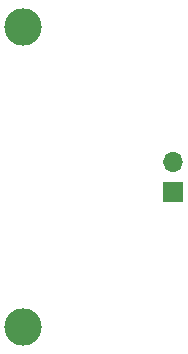
<source format=gbr>
G04 #@! TF.FileFunction,Copper,L2,Bot,Signal*
%FSLAX46Y46*%
G04 Gerber Fmt 4.6, Leading zero omitted, Abs format (unit mm)*
G04 Created by KiCad (PCBNEW 4.0.7-e2-6376~58~ubuntu16.04.1) date Fri Jun  1 11:33:50 2018*
%MOMM*%
%LPD*%
G01*
G04 APERTURE LIST*
%ADD10C,0.100000*%
%ADD11R,1.700000X1.700000*%
%ADD12O,1.700000X1.700000*%
%ADD13C,3.175000*%
G04 APERTURE END LIST*
D10*
D11*
X63500000Y-52070000D03*
D12*
X63500000Y-49530000D03*
D13*
X50800000Y-38100000D03*
X50800000Y-63500000D03*
M02*

</source>
